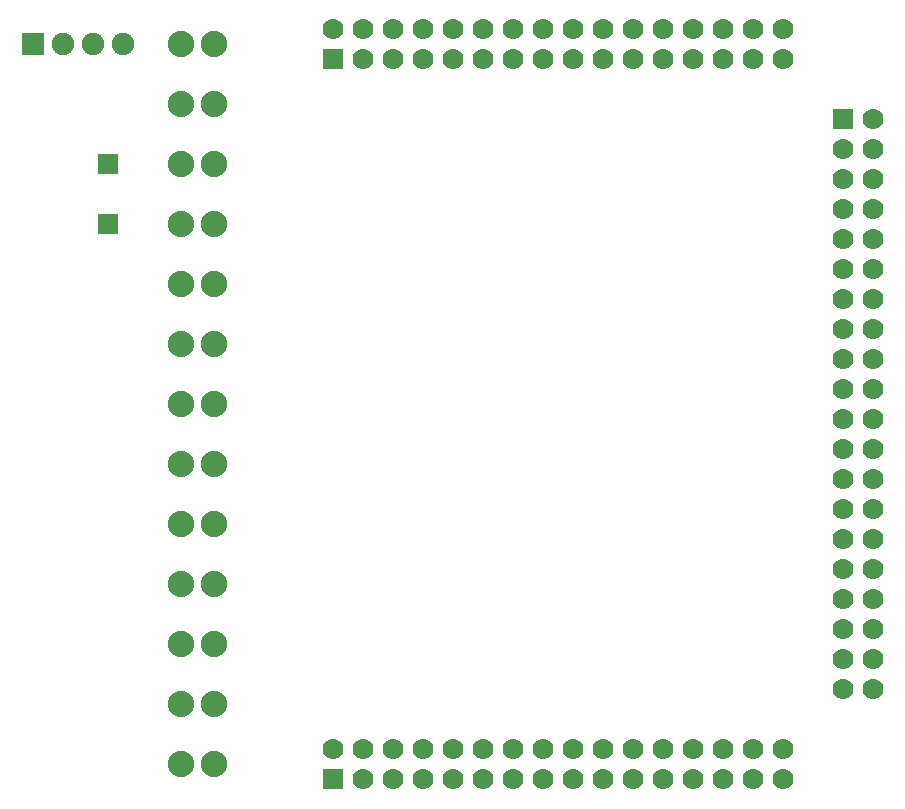
<source format=gbs>
G04 Layer: BottomSolderMaskLayer*
G04 EasyEDA v5.9.42, Mon, 25 Mar 2019 10:54:48 GMT*
G04 c4031608a2914fe59fb431af2816202f*
G04 Gerber Generator version 0.2*
G04 Scale: 100 percent, Rotated: No, Reflected: No *
G04 Dimensions in inches *
G04 leading zeros omitted , absolute positions ,2 integer and 4 decimal *
%FSLAX24Y24*%
%MOIN*%
G90*
G70D02*

%ADD21R,0.070000X0.070000*%
%ADD22R,0.074929X0.074929*%
%ADD23C,0.074929*%
%ADD24C,0.088000*%
%ADD25C,0.070000*%

%LPD*%
G54D21*
G01X5000Y23100D03*
G01X5000Y21100D03*
G54D22*
G01X2500Y27100D03*
G54D23*
G01X3500Y27100D03*
G01X4500Y27100D03*
G01X5500Y27100D03*
G54D24*
G01X7450Y27100D03*
G01X8550Y27100D03*
G01X7450Y25100D03*
G01X8550Y25100D03*
G01X7450Y23100D03*
G01X8550Y23100D03*
G01X7450Y21100D03*
G01X8550Y21100D03*
G01X7450Y19100D03*
G01X8550Y19100D03*
G01X7450Y17100D03*
G01X8550Y17100D03*
G01X7450Y15100D03*
G01X8550Y15100D03*
G01X7450Y13100D03*
G01X8550Y13100D03*
G01X7450Y11100D03*
G01X8550Y11100D03*
G01X7450Y9100D03*
G01X8550Y9100D03*
G01X7450Y7100D03*
G01X8550Y7100D03*
G01X7450Y5100D03*
G01X8550Y5100D03*
G01X7450Y3100D03*
G01X8550Y3100D03*
G54D21*
G01X29500Y24600D03*
G54D25*
G01X30500Y24600D03*
G01X29500Y23600D03*
G01X30500Y23600D03*
G01X29500Y22600D03*
G01X30500Y22600D03*
G01X29500Y21600D03*
G01X30500Y21600D03*
G01X29500Y20600D03*
G01X30500Y20600D03*
G01X29500Y19600D03*
G01X30500Y19600D03*
G01X29500Y18600D03*
G01X30500Y18600D03*
G01X29500Y17600D03*
G01X30500Y17600D03*
G01X29500Y16600D03*
G01X30500Y16600D03*
G01X29500Y15600D03*
G01X30500Y15600D03*
G01X29500Y14600D03*
G01X30500Y14600D03*
G01X29500Y13600D03*
G01X30500Y13600D03*
G01X29500Y12600D03*
G01X30500Y12600D03*
G01X29500Y11600D03*
G01X30500Y11600D03*
G01X29500Y10600D03*
G01X30500Y10600D03*
G01X29500Y9600D03*
G01X30500Y9600D03*
G01X29500Y8600D03*
G01X30500Y8600D03*
G01X29500Y7600D03*
G01X30500Y7600D03*
G01X29500Y6600D03*
G01X30500Y6600D03*
G01X29500Y5600D03*
G01X30500Y5600D03*
G54D21*
G01X12500Y2600D03*
G54D25*
G01X12500Y3600D03*
G01X13500Y2600D03*
G01X13500Y3600D03*
G01X14500Y2600D03*
G01X14500Y3600D03*
G01X15500Y2600D03*
G01X15500Y3600D03*
G01X16500Y2600D03*
G01X16500Y3600D03*
G01X17500Y2600D03*
G01X17500Y3600D03*
G01X18500Y2600D03*
G01X18500Y3600D03*
G01X19500Y2600D03*
G01X19500Y3600D03*
G01X20500Y2600D03*
G01X20500Y3600D03*
G01X21500Y2600D03*
G01X21500Y3600D03*
G01X22500Y2600D03*
G01X22500Y3600D03*
G01X23500Y2600D03*
G01X23500Y3600D03*
G01X24500Y2600D03*
G01X24500Y3600D03*
G01X25500Y2600D03*
G01X25500Y3600D03*
G01X26500Y2600D03*
G01X26500Y3600D03*
G01X27500Y2600D03*
G01X27500Y3600D03*
G54D21*
G01X12500Y26600D03*
G54D25*
G01X12500Y27600D03*
G01X13500Y26600D03*
G01X13500Y27600D03*
G01X14500Y26600D03*
G01X14500Y27600D03*
G01X15500Y26600D03*
G01X15500Y27600D03*
G01X16500Y26600D03*
G01X16500Y27600D03*
G01X17500Y26600D03*
G01X17500Y27600D03*
G01X18500Y26600D03*
G01X18500Y27600D03*
G01X19500Y26600D03*
G01X19500Y27600D03*
G01X20500Y26600D03*
G01X20500Y27600D03*
G01X21500Y26600D03*
G01X21500Y27600D03*
G01X22500Y26600D03*
G01X22500Y27600D03*
G01X23500Y26600D03*
G01X23500Y27600D03*
G01X24500Y26600D03*
G01X24500Y27600D03*
G01X25500Y26600D03*
G01X25500Y27600D03*
G01X26500Y26600D03*
G01X26500Y27600D03*
G01X27500Y26600D03*
G01X27500Y27600D03*
M00*
M02*

</source>
